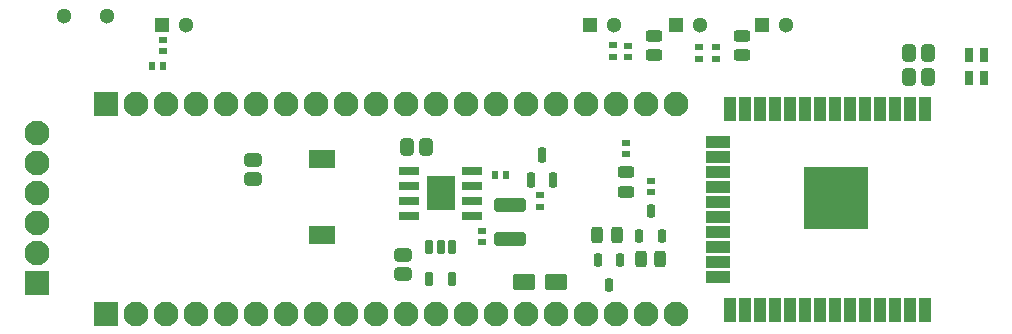
<source format=gbr>
G04 DipTrace 4.3.0.5*
G04 TopMask.gbr*
%MOMM*%
G04 #@! TF.FileFunction,Soldermask,Top*
G04 #@! TF.Part,Single*
%AMOUTLINE1*
4,1,28,
-0.25828,0.735,
0.25828,0.735,
0.33276,0.72519,
0.40522,0.69518,
0.46744,0.64744,
0.51518,0.58522,
0.54519,0.51276,
0.555,0.43828,
0.555,-0.43828,
0.54519,-0.51276,
0.51518,-0.58522,
0.46744,-0.64744,
0.40522,-0.69518,
0.33276,-0.72519,
0.25828,-0.735,
-0.25828,-0.735,
-0.33276,-0.72519,
-0.40522,-0.69518,
-0.46744,-0.64744,
-0.51518,-0.58522,
-0.54519,-0.51276,
-0.555,-0.43828,
-0.555,0.43828,
-0.54519,0.51276,
-0.51518,0.58522,
-0.46744,0.64744,
-0.40522,0.69518,
-0.33276,0.72519,
-0.25828,0.735,
0*%
%AMOUTLINE4*
4,1,28,
0.25828,-0.735,
-0.25828,-0.735,
-0.33276,-0.72519,
-0.40522,-0.69518,
-0.46744,-0.64744,
-0.51518,-0.58522,
-0.54519,-0.51276,
-0.555,-0.43828,
-0.555,0.43828,
-0.54519,0.51276,
-0.51518,0.58522,
-0.46744,0.64744,
-0.40522,0.69518,
-0.33276,0.72519,
-0.25828,0.735,
0.25828,0.735,
0.33276,0.72519,
0.40522,0.69518,
0.46744,0.64744,
0.51518,0.58522,
0.54519,0.51276,
0.555,0.43828,
0.555,-0.43828,
0.54519,-0.51276,
0.51518,-0.58522,
0.46744,-0.64744,
0.40522,-0.69518,
0.33276,-0.72519,
0.25828,-0.735,
0*%
%AMOUTLINE7*
4,1,28,
0.735,0.25828,
0.735,-0.25828,
0.72519,-0.33276,
0.69518,-0.40522,
0.64744,-0.46744,
0.58522,-0.51518,
0.51276,-0.54519,
0.43828,-0.555,
-0.43828,-0.555,
-0.51276,-0.54519,
-0.58522,-0.51518,
-0.64744,-0.46744,
-0.69518,-0.40522,
-0.72519,-0.33276,
-0.735,-0.25828,
-0.735,0.25828,
-0.72519,0.33276,
-0.69518,0.40522,
-0.64744,0.46744,
-0.58522,0.51518,
-0.51276,0.54519,
-0.43828,0.555,
0.43828,0.555,
0.51276,0.54519,
0.58522,0.51518,
0.64744,0.46744,
0.69518,0.40522,
0.72519,0.33276,
0.735,0.25828,
0*%
%AMOUTLINE10*
4,1,28,
-0.735,-0.25828,
-0.735,0.25828,
-0.72519,0.33276,
-0.69518,0.40522,
-0.64744,0.46744,
-0.58522,0.51518,
-0.51276,0.54519,
-0.43828,0.555,
0.43828,0.555,
0.51276,0.54519,
0.58522,0.51518,
0.64744,0.46744,
0.69518,0.40522,
0.72519,0.33276,
0.735,0.25828,
0.735,-0.25828,
0.72519,-0.33276,
0.69518,-0.40522,
0.64744,-0.46744,
0.58522,-0.51518,
0.51276,-0.54519,
0.43828,-0.555,
-0.43828,-0.555,
-0.51276,-0.54519,
-0.58522,-0.51518,
-0.64744,-0.46744,
-0.69518,-0.40522,
-0.72519,-0.33276,
-0.735,-0.25828,
0*%
%AMOUTLINE13*
4,1,28,
-1.35999,-0.2833,
-1.36001,0.28325,
-1.3502,0.35773,
-1.32019,0.43019,
-1.27245,0.49241,
-1.21023,0.54016,
-1.13777,0.57017,
-1.06329,0.57998,
1.06327,0.58002,
1.13775,0.57022,
1.21021,0.5402,
1.27243,0.49246,
1.32017,0.43024,
1.35019,0.35778,
1.35999,0.2833,
1.36001,-0.28325,
1.3502,-0.35773,
1.32019,-0.43019,
1.27245,-0.49241,
1.21023,-0.54016,
1.13777,-0.57017,
1.06329,-0.57998,
-1.06327,-0.58002,
-1.13775,-0.57022,
-1.21021,-0.5402,
-1.27243,-0.49246,
-1.32017,-0.43024,
-1.35019,-0.35778,
-1.35999,-0.2833,
0*%
%AMOUTLINE16*
4,1,28,
1.35999,0.2833,
1.36001,-0.28325,
1.3502,-0.35773,
1.32019,-0.43019,
1.27245,-0.49241,
1.21023,-0.54016,
1.13777,-0.57017,
1.06329,-0.57998,
-1.06327,-0.58002,
-1.13775,-0.57022,
-1.21021,-0.5402,
-1.27243,-0.49246,
-1.32017,-0.43024,
-1.35019,-0.35778,
-1.35999,-0.2833,
-1.36001,0.28325,
-1.3502,0.35773,
-1.32019,0.43019,
-1.27245,0.49241,
-1.21023,0.54016,
-1.13777,0.57017,
-1.06329,0.57998,
1.06327,0.58002,
1.13775,0.57022,
1.21021,0.5402,
1.27243,0.49246,
1.32017,0.43024,
1.35019,0.35778,
1.35999,0.2833,
0*%
%AMOUTLINE19*
4,1,28,
-0.345,-0.12828,
-0.345,0.12827,
-0.33963,0.1691,
-0.3226,0.21021,
-0.29552,0.24551,
-0.26022,0.27259,
-0.21912,0.28962,
-0.17828,0.295,
0.17827,0.295,
0.21911,0.28963,
0.26021,0.2726,
0.29551,0.24552,
0.32259,0.21022,
0.33962,0.16912,
0.345,0.12828,
0.345,-0.12827,
0.33963,-0.1691,
0.3226,-0.21021,
0.29552,-0.24551,
0.26022,-0.27259,
0.21912,-0.28962,
0.17828,-0.295,
-0.17827,-0.295,
-0.21911,-0.28963,
-0.26021,-0.2726,
-0.29551,-0.24552,
-0.32259,-0.21022,
-0.33962,-0.16912,
-0.345,-0.12828,
0*%
%AMOUTLINE22*
4,1,28,
0.345,0.12828,
0.345,-0.12827,
0.33963,-0.1691,
0.3226,-0.21021,
0.29552,-0.24551,
0.26022,-0.27259,
0.21912,-0.28962,
0.17828,-0.295,
-0.17827,-0.295,
-0.21911,-0.28963,
-0.26021,-0.2726,
-0.29551,-0.24552,
-0.32259,-0.21022,
-0.33962,-0.16912,
-0.345,-0.12828,
-0.345,0.12827,
-0.33963,0.1691,
-0.3226,0.21021,
-0.29552,0.24551,
-0.26022,0.27259,
-0.21912,0.28962,
-0.17828,0.295,
0.17827,0.295,
0.21911,0.28963,
0.26021,0.2726,
0.29551,0.24552,
0.32259,0.21022,
0.33962,0.16912,
0.345,0.12828,
0*%
%AMOUTLINE25*
4,1,28,
-0.63328,0.715,
0.63328,0.715,
0.70776,0.70519,
0.78022,0.67518,
0.84244,0.62744,
0.89018,0.56522,
0.92019,0.49276,
0.93,0.41828,
0.93,-0.41828,
0.92019,-0.49276,
0.89018,-0.56522,
0.84244,-0.62744,
0.78022,-0.67518,
0.70776,-0.70519,
0.63328,-0.715,
-0.63328,-0.715,
-0.70776,-0.70519,
-0.78022,-0.67518,
-0.84244,-0.62744,
-0.89018,-0.56522,
-0.92019,-0.49276,
-0.93,-0.41828,
-0.93,0.41828,
-0.92019,0.49276,
-0.89018,0.56522,
-0.84244,0.62744,
-0.78022,0.67518,
-0.70776,0.70519,
-0.63328,0.715,
0*%
%AMOUTLINE28*
4,1,28,
0.63328,-0.715,
-0.63328,-0.715,
-0.70776,-0.70519,
-0.78022,-0.67518,
-0.84244,-0.62744,
-0.89018,-0.56522,
-0.92019,-0.49276,
-0.93,-0.41828,
-0.93,0.41828,
-0.92019,0.49276,
-0.89018,0.56522,
-0.84244,0.62744,
-0.78022,0.67518,
-0.70776,0.70519,
-0.63328,0.715,
0.63328,0.715,
0.70776,0.70519,
0.78022,0.67518,
0.84244,0.62744,
0.89018,0.56522,
0.92019,0.49276,
0.93,0.41828,
0.93,-0.41828,
0.92019,-0.49276,
0.89018,-0.56522,
0.84244,-0.62744,
0.78022,-0.67518,
0.70776,-0.70519,
0.63328,-0.715,
0*%
%AMOUTLINE31*
4,1,28,
-0.15328,0.64,
0.15328,0.64,
0.20446,0.63326,
0.25522,0.61224,
0.2988,0.5788,
0.33224,0.53522,
0.35326,0.48446,
0.36,0.43328,
0.36,-0.43328,
0.35326,-0.48446,
0.33224,-0.53522,
0.2988,-0.5788,
0.25522,-0.61224,
0.20446,-0.63326,
0.15328,-0.64,
-0.15328,-0.64,
-0.20446,-0.63326,
-0.25522,-0.61224,
-0.2988,-0.5788,
-0.33224,-0.53522,
-0.35326,-0.48446,
-0.36,-0.43328,
-0.36,0.43328,
-0.35326,0.48446,
-0.33224,0.53522,
-0.2988,0.5788,
-0.25522,0.61224,
-0.20446,0.63326,
-0.15328,0.64,
0*%
%AMOUTLINE34*
4,1,28,
0.15328,-0.64,
-0.15328,-0.64,
-0.20446,-0.63326,
-0.25522,-0.61224,
-0.2988,-0.5788,
-0.33224,-0.53522,
-0.35326,-0.48446,
-0.36,-0.43328,
-0.36,0.43328,
-0.35326,0.48446,
-0.33224,0.53522,
-0.2988,0.5788,
-0.25522,0.61224,
-0.20446,0.63326,
-0.15328,0.64,
0.15328,0.64,
0.20446,0.63326,
0.25522,0.61224,
0.2988,0.5788,
0.33224,0.53522,
0.35326,0.48446,
0.36,0.43328,
0.36,-0.43328,
0.35326,-0.48446,
0.33224,-0.53522,
0.2988,-0.5788,
0.25522,-0.61224,
0.20446,-0.63326,
0.15328,-0.64,
0*%
%AMOUTLINE37*
4,1,28,
-0.15828,0.555,
0.15828,0.555,
0.20688,0.5486,
0.25522,0.52858,
0.29673,0.49673,
0.32858,0.45522,
0.3486,0.40688,
0.355,0.35828,
0.355,-0.35828,
0.3486,-0.40688,
0.32858,-0.45522,
0.29673,-0.49673,
0.25522,-0.52858,
0.20688,-0.5486,
0.15828,-0.555,
-0.15828,-0.555,
-0.20688,-0.5486,
-0.25522,-0.52858,
-0.29673,-0.49673,
-0.32858,-0.45522,
-0.3486,-0.40688,
-0.355,-0.35828,
-0.355,0.35828,
-0.3486,0.40688,
-0.32858,0.45522,
-0.29673,0.49673,
-0.25522,0.52858,
-0.20688,0.5486,
-0.15828,0.555,
0*%
%AMOUTLINE40*
4,1,28,
0.15828,-0.555,
-0.15828,-0.555,
-0.20688,-0.5486,
-0.25522,-0.52858,
-0.29673,-0.49673,
-0.32858,-0.45522,
-0.3486,-0.40688,
-0.355,-0.35828,
-0.355,0.35828,
-0.3486,0.40688,
-0.32858,0.45522,
-0.29673,0.49673,
-0.25522,0.52858,
-0.20688,0.5486,
-0.15828,0.555,
0.15828,0.555,
0.20688,0.5486,
0.25522,0.52858,
0.29673,0.49673,
0.32858,0.45522,
0.3486,0.40688,
0.355,0.35828,
0.355,-0.35828,
0.3486,-0.40688,
0.32858,-0.45522,
0.29673,-0.49673,
0.25522,-0.52858,
0.20688,-0.5486,
0.15828,-0.555,
0*%
%AMOUTLINE43*
4,1,28,
-0.11828,0.35,
0.11828,0.35,
0.15911,0.34462,
0.20022,0.3276,
0.23551,0.30051,
0.2626,0.26522,
0.27962,0.22411,
0.285,0.18328,
0.285,-0.18328,
0.27962,-0.22411,
0.2626,-0.26522,
0.23551,-0.30051,
0.20022,-0.3276,
0.15911,-0.34462,
0.11828,-0.35,
-0.11828,-0.35,
-0.15911,-0.34462,
-0.20022,-0.3276,
-0.23551,-0.30051,
-0.2626,-0.26522,
-0.27962,-0.22411,
-0.285,-0.18328,
-0.285,0.18328,
-0.27962,0.22411,
-0.2626,0.26522,
-0.23551,0.30051,
-0.20022,0.3276,
-0.15911,0.34462,
-0.11828,0.35,
0*%
%AMOUTLINE46*
4,1,28,
0.11828,-0.35,
-0.11828,-0.35,
-0.15911,-0.34462,
-0.20022,-0.3276,
-0.23551,-0.30051,
-0.2626,-0.26522,
-0.27962,-0.22411,
-0.285,-0.18328,
-0.285,0.18328,
-0.27962,0.22411,
-0.2626,0.26522,
-0.23551,0.30051,
-0.20022,0.3276,
-0.15911,0.34462,
-0.11828,0.35,
0.11828,0.35,
0.15911,0.34462,
0.20022,0.3276,
0.23551,0.30051,
0.2626,0.26522,
0.27962,0.22411,
0.285,0.18328,
0.285,-0.18328,
0.27962,-0.22411,
0.2626,-0.26522,
0.23551,-0.30051,
0.20022,-0.3276,
0.15911,-0.34462,
0.11828,-0.35,
0*%
%AMOUTLINE49*
4,1,28,
-0.35,-0.11828,
-0.35,0.11827,
-0.34463,0.1591,
-0.3276,0.20021,
-0.30052,0.23551,
-0.26522,0.26259,
-0.22412,0.27962,
-0.18328,0.285,
0.18327,0.285,
0.22411,0.27963,
0.26521,0.2626,
0.30051,0.23552,
0.32759,0.20022,
0.34462,0.15912,
0.35,0.11828,
0.35,-0.11827,
0.34463,-0.1591,
0.3276,-0.20021,
0.30052,-0.23551,
0.26522,-0.26259,
0.22412,-0.27962,
0.18328,-0.285,
-0.18327,-0.285,
-0.22411,-0.27963,
-0.26521,-0.2626,
-0.30051,-0.23552,
-0.32759,-0.20022,
-0.34462,-0.15912,
-0.35,-0.11828,
0*%
%AMOUTLINE52*
4,1,28,
0.35,0.11828,
0.35,-0.11827,
0.34463,-0.1591,
0.3276,-0.20021,
0.30052,-0.23551,
0.26522,-0.26259,
0.22412,-0.27962,
0.18328,-0.285,
-0.18327,-0.285,
-0.22411,-0.27963,
-0.26521,-0.2626,
-0.30051,-0.23552,
-0.32759,-0.20022,
-0.34462,-0.15912,
-0.35,-0.11828,
-0.35,0.11827,
-0.34463,0.1591,
-0.3276,0.20021,
-0.30052,0.23551,
-0.26522,0.26259,
-0.22412,0.27962,
-0.18328,0.285,
0.18327,0.285,
0.22411,0.27963,
0.26521,0.2626,
0.30051,0.23552,
0.32759,0.20022,
0.34462,0.15912,
0.35,0.11828,
0*%
%AMOUTLINE55*
4,1,28,
0.71,0.22328,
0.71,-0.22328,
0.70122,-0.28999,
0.6742,-0.35522,
0.63122,-0.41122,
0.57522,-0.4542,
0.50999,-0.48122,
0.44328,-0.49,
-0.44328,-0.49,
-0.50999,-0.48122,
-0.57522,-0.4542,
-0.63122,-0.41122,
-0.6742,-0.35522,
-0.70122,-0.28999,
-0.71,-0.22328,
-0.71,0.22328,
-0.70122,0.28999,
-0.6742,0.35522,
-0.63122,0.41122,
-0.57522,0.4542,
-0.50999,0.48122,
-0.44328,0.49,
0.44328,0.49,
0.50999,0.48122,
0.57522,0.4542,
0.63122,0.41122,
0.6742,0.35522,
0.70122,0.28999,
0.71,0.22328,
0*%
%AMOUTLINE58*
4,1,28,
-0.71,-0.22328,
-0.71,0.22328,
-0.70122,0.28999,
-0.6742,0.35522,
-0.63122,0.41122,
-0.57522,0.4542,
-0.50999,0.48122,
-0.44328,0.49,
0.44328,0.49,
0.50999,0.48122,
0.57522,0.4542,
0.63122,0.41122,
0.6742,0.35522,
0.70122,0.28999,
0.71,0.22328,
0.71,-0.22328,
0.70122,-0.28999,
0.6742,-0.35522,
0.63122,-0.41122,
0.57522,-0.4542,
0.50999,-0.48122,
0.44328,-0.49,
-0.44328,-0.49,
-0.50999,-0.48122,
-0.57522,-0.4542,
-0.63122,-0.41122,
-0.6742,-0.35522,
-0.70122,-0.28999,
-0.71,-0.22328,
0*%
%AMOUTLINE61*
4,1,28,
-0.2233,0.70999,
0.22326,0.71001,
0.28997,0.70123,
0.3552,0.67421,
0.41121,0.63124,
0.45418,0.57523,
0.4812,0.51001,
0.48999,0.44329,
0.49001,-0.44326,
0.48123,-0.50998,
0.45422,-0.5752,
0.41124,-0.63121,
0.35524,-0.67419,
0.29001,-0.70121,
0.2233,-0.70999,
-0.22326,-0.71001,
-0.28997,-0.70123,
-0.3552,-0.67421,
-0.41121,-0.63124,
-0.45418,-0.57523,
-0.4812,-0.51001,
-0.48999,-0.44329,
-0.49001,0.44326,
-0.48123,0.50998,
-0.45422,0.5752,
-0.41124,0.63121,
-0.35524,0.67419,
-0.29001,0.70121,
-0.2233,0.70999,
0*%
%AMOUTLINE64*
4,1,28,
0.2233,-0.70999,
-0.22326,-0.71001,
-0.28997,-0.70123,
-0.3552,-0.67421,
-0.41121,-0.63124,
-0.45418,-0.57523,
-0.4812,-0.51001,
-0.48999,-0.44329,
-0.49001,0.44326,
-0.48123,0.50998,
-0.45422,0.5752,
-0.41124,0.63121,
-0.35524,0.67419,
-0.29001,0.70121,
-0.2233,0.70999,
0.22326,0.71001,
0.28997,0.70123,
0.3552,0.67421,
0.41121,0.63124,
0.45418,0.57523,
0.4812,0.51001,
0.48999,0.44329,
0.49001,-0.44326,
0.48123,-0.50998,
0.45422,-0.5752,
0.41124,-0.63121,
0.35524,-0.67419,
0.29001,-0.70121,
0.2233,-0.70999,
0*%
%AMOUTLINE67*
4,1,28,
0.875,0.16328,
0.875,-0.16328,
0.86792,-0.21705,
0.8459,-0.27022,
0.81087,-0.31587,
0.76522,-0.3509,
0.71205,-0.37292,
0.65828,-0.38,
-0.65828,-0.38,
-0.71205,-0.37292,
-0.76522,-0.3509,
-0.81087,-0.31587,
-0.8459,-0.27022,
-0.86792,-0.21705,
-0.875,-0.16328,
-0.875,0.16328,
-0.86792,0.21705,
-0.8459,0.27022,
-0.81087,0.31587,
-0.76522,0.3509,
-0.71205,0.37292,
-0.65828,0.38,
0.65828,0.38,
0.71205,0.37292,
0.76522,0.3509,
0.81087,0.31587,
0.8459,0.27022,
0.86792,0.21705,
0.875,0.16328,
0*%
%AMOUTLINE70*
4,1,28,
-0.875,-0.16328,
-0.875,0.16328,
-0.86792,0.21705,
-0.8459,0.27022,
-0.81087,0.31587,
-0.76522,0.3509,
-0.71205,0.37292,
-0.65828,0.38,
0.65828,0.38,
0.71205,0.37292,
0.76522,0.3509,
0.81087,0.31587,
0.8459,0.27022,
0.86792,0.21705,
0.875,0.16328,
0.875,-0.16328,
0.86792,-0.21705,
0.8459,-0.27022,
0.81087,-0.31587,
0.76522,-0.3509,
0.71205,-0.37292,
0.65828,-0.38,
-0.65828,-0.38,
-0.71205,-0.37292,
-0.76522,-0.3509,
-0.81087,-0.31587,
-0.8459,-0.27022,
-0.86792,-0.21705,
-0.875,-0.16328,
0*%
%AMOUTLINE73*
4,1,28,
-0.15328,0.6,
0.15328,0.6,
0.20188,0.5936,
0.25022,0.57358,
0.29173,0.54173,
0.32358,0.50022,
0.3436,0.45188,
0.35,0.40328,
0.35,-0.40328,
0.3436,-0.45188,
0.32358,-0.50022,
0.29173,-0.54173,
0.25022,-0.57358,
0.20188,-0.5936,
0.15328,-0.6,
-0.15328,-0.6,
-0.20188,-0.5936,
-0.25022,-0.57358,
-0.29173,-0.54173,
-0.32358,-0.50022,
-0.3436,-0.45188,
-0.35,-0.40328,
-0.35,0.40328,
-0.3436,0.45188,
-0.32358,0.50022,
-0.29173,0.54173,
-0.25022,0.57358,
-0.20188,0.5936,
-0.15328,0.6,
0*%
%ADD36C,2.1*%
%ADD38R,2.1X2.1*%
%ADD40C,1.3*%
%ADD42R,1.3X1.3*%
%ADD44C,0.4*%
%ADD46R,1.43X1.43*%
%ADD48R,2.1X1.0*%
%ADD50R,1.0X2.1*%
%ADD52R,2.35X2.95*%
%ADD54C,1.3*%
%ADD56R,2.3X1.6*%
%ADD58R,0.7X1.2*%
%ADD65OUTLINE1*%
%ADD68OUTLINE4*%
%ADD71OUTLINE7*%
%ADD74OUTLINE10*%
%ADD77OUTLINE13*%
%ADD80OUTLINE16*%
%ADD83OUTLINE19*%
%ADD86OUTLINE22*%
%ADD89OUTLINE25*%
%ADD92OUTLINE28*%
%ADD95OUTLINE31*%
%ADD98OUTLINE34*%
%ADD101OUTLINE37*%
%ADD104OUTLINE40*%
%ADD107OUTLINE43*%
%ADD110OUTLINE46*%
%ADD113OUTLINE49*%
%ADD116OUTLINE52*%
%ADD119OUTLINE55*%
%ADD122OUTLINE58*%
%ADD125OUTLINE61*%
%ADD128OUTLINE64*%
%ADD131OUTLINE67*%
%ADD134OUTLINE70*%
%ADD137OUTLINE73*%
%FSLAX35Y35*%
G04*
G71*
G90*
G75*
G01*
G04 TopMask*
%LPD*%
D65*
X-159373Y523877D3*
D68*
X627D3*
D71*
X-1460500Y413377D3*
D74*
Y253377D3*
D77*
X714376Y-253627D3*
D80*
X714371Y31373D3*
D83*
X476251Y-285127D3*
D86*
X476249Y-191127D3*
D74*
X-190499Y-556250D3*
D71*
X-190501Y-396250D3*
D89*
X832873Y-619127D3*
D92*
X1103873D3*
D65*
X4095127Y1111248D3*
D68*
X4255127Y1111252D3*
D65*
X4095127Y1317627D3*
D68*
X4255127D3*
D86*
X1905003Y237500D3*
D83*
Y143500D3*
X2460627Y1270627D3*
D86*
Y1364627D3*
D83*
X1714497Y1286497D3*
D86*
Y1380497D3*
D58*
X4732250Y1304000D3*
X4602250D3*
Y1109000D3*
X4732250D3*
D56*
X-873127Y416797D3*
Y-223203D3*
D54*
X-3063873Y1635127D3*
X-2698750D3*
D95*
X889250Y245750D3*
X1079250D3*
D98*
X984250Y452750D3*
D101*
X1809997Y-232503D3*
X1999997D3*
D104*
X1904997Y-21503D3*
X1650750Y-434253D3*
X1460750D3*
D101*
X1555750Y-645253D3*
D107*
X585500Y285750D3*
D110*
X684500D3*
D113*
X-2222502Y1331623D3*
D116*
X-2222504Y1430623D3*
D107*
X-2319627Y1206499D3*
D110*
X-2220627Y1206501D3*
D113*
X1698625Y458500D3*
D116*
X1698622Y557500D3*
X968373Y113000D3*
D113*
Y14000D3*
D119*
X1698623Y306750D3*
D122*
Y137750D3*
D116*
X2317747Y1367123D3*
D113*
Y1268123D3*
D116*
X1587497Y1383000D3*
D113*
Y1284000D3*
D122*
X2682873Y1296627D3*
D119*
Y1465627D3*
D122*
X1936750Y1296627D3*
D119*
Y1465627D3*
D125*
X1455373Y-222256D3*
D128*
X1624373Y-222251D3*
X1989497Y-428627D3*
D125*
X1820497D3*
D131*
X-135967Y319047D3*
Y192047D3*
Y65047D3*
Y-61953D3*
D134*
X391033D3*
Y65047D3*
Y192047D3*
Y319047D3*
D52*
X127533Y128547D3*
D137*
X222000Y-325377D3*
X127000D3*
X32000D3*
Y-595377D3*
X222000D3*
D50*
X4224873Y843360D3*
X4097873D3*
X3970873D3*
X3843873D3*
X3716873D3*
X3589873D3*
X3462873D3*
X3208873D3*
X3335873D3*
X3081873D3*
X2954873D3*
X2827873D3*
X2700873D3*
X2573873D3*
D48*
X2473873Y437860D3*
Y-451140D3*
Y-578140D3*
D50*
X2573873Y-856640D3*
X2700873D3*
X2827873D3*
X2954873D3*
X3081873D3*
X3208873D3*
X3335873D3*
X3589873D3*
X3970873D3*
X4097873D3*
D48*
X2473873Y310860D3*
Y183860D3*
D50*
X3716873Y-856640D3*
X3843873D3*
D48*
X2473873Y56860D3*
Y-70140D3*
Y-197140D3*
Y-324140D3*
D50*
X3462873Y-856640D3*
D48*
X2473873Y564860D3*
D50*
X4224873Y-856640D3*
D46*
X3658373Y276860D3*
Y93360D3*
Y-90140D3*
X3474873Y276860D3*
Y93360D3*
Y-90140D3*
X3291373Y276860D3*
Y93360D3*
Y-90140D3*
D44*
X3658373Y276860D3*
Y-90140D3*
X3474873Y276860D3*
X3658373Y93360D3*
X3474873Y-90140D3*
X3462873Y93360D3*
X3291373Y-90140D3*
Y276860D3*
Y93360D3*
D42*
X-2227250Y1556000D3*
D40*
X-2027250D3*
D38*
X-2701000Y889000D3*
D36*
X-2447000D3*
X-2193000D3*
X-1939000D3*
X-1685000D3*
X-1431000D3*
X-1177000D3*
X-923000D3*
X-669000D3*
X-415000D3*
X-161000D3*
X93000D3*
X347000D3*
X601000D3*
X855000D3*
X1109000D3*
X1363000D3*
X1617000D3*
X1871000D3*
X2125000D3*
D38*
X-2701000Y-889000D3*
D36*
X-2447000D3*
X-2193000D3*
X-1939000D3*
X-1685000D3*
X-1431000D3*
X-1177000D3*
X-923000D3*
X-669000D3*
X-415000D3*
X-161000D3*
X93000D3*
X347000D3*
X601000D3*
X855000D3*
X1109000D3*
X1363000D3*
X1617000D3*
X1871000D3*
X2125000D3*
D42*
X2122497Y1556000D3*
D40*
X2322497D3*
D42*
X1392250D3*
D40*
X1592250D3*
D42*
X2852750D3*
D40*
X3052750D3*
D38*
X-3293427Y-629970D3*
D36*
Y-375970D3*
Y-121970D3*
Y132030D3*
Y386030D3*
Y640030D3*
G36*
X3206750Y349247D2*
X3746500D1*
Y-174627D1*
X3206750D1*
Y349247D1*
G37*
M02*

</source>
